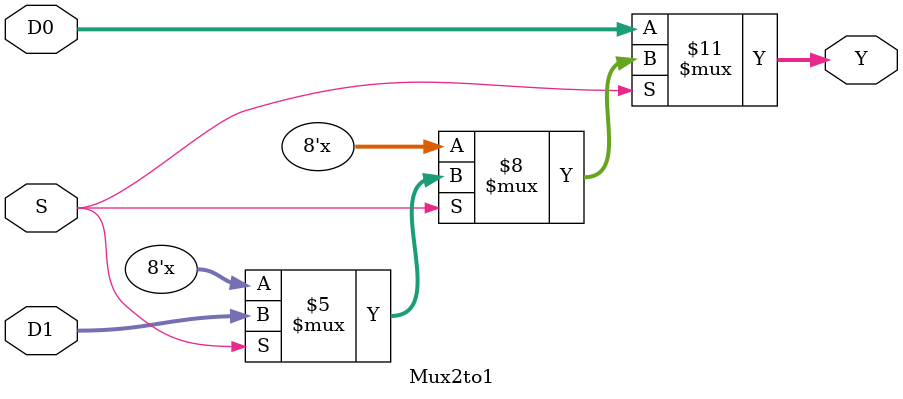
<source format=v>
module Mux2to1(
    input [7:0] D0,
    input [7:0] D1,
    input S, 
    output reg [7:0] Y
    );
    always @ (D0 or D1 or S) begin
    if (S == 0)
        Y = D0;
    else if (S == 1)
        Y = D1;
    end
endmodule
</source>
